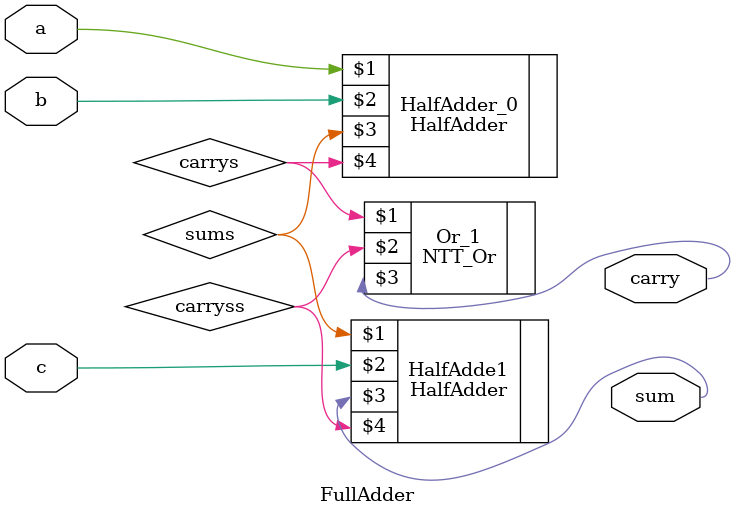
<source format=v>
/**
 * Computes the sum of three bits.
 */
`default_nettype none

module FullAdder(
    input wire a,       //1-bit input
    input wire b,       //1-bit input
    input wire c,       //1-bit input
    output wire sum,    //Right bit of a + b + c
    output wire carry   //Left bit of a + b + c
);


wire sums, carrys, carryss, throw;

HalfAdder HalfAdder_0(a, b, sums, carrys);
HalfAdder HalfAdde1(sums, c, sum, carryss);
NTT_Or Or_1(carrys, carryss,carry);

endmodule

</source>
